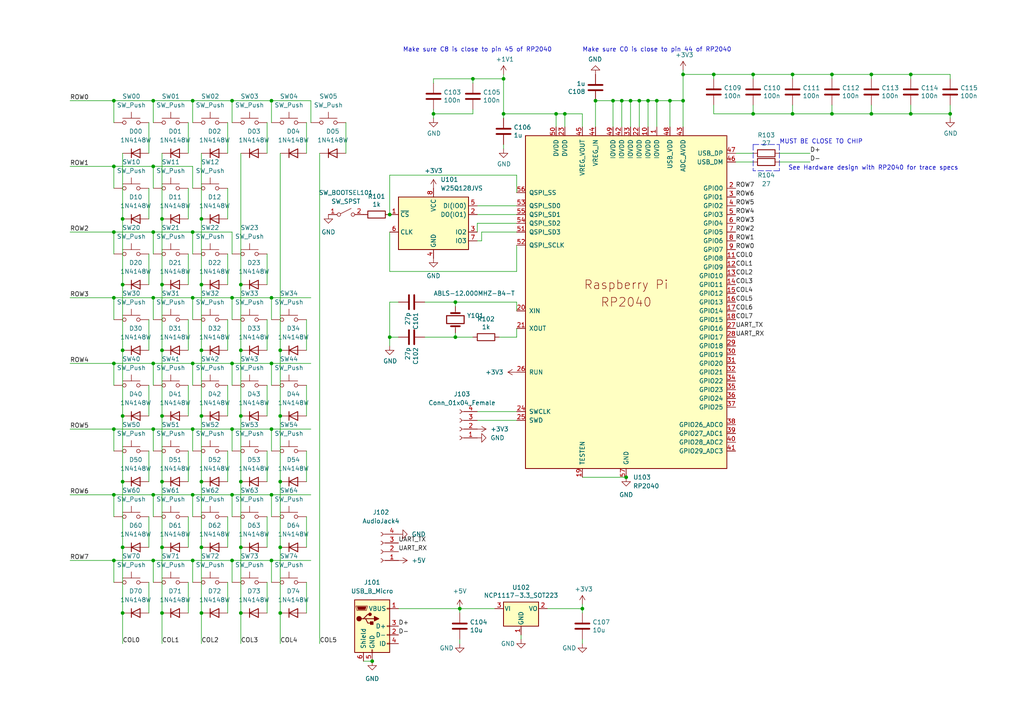
<source format=kicad_sch>
(kicad_sch (version 20211123) (generator eeschema)
  (paper "A4")
  (junction (at 190.5 29.21))
  (junction (at 44.45 162.56))
  (junction (at 33.02 105.41))
  (junction (at 81.28 139.7))
  (junction (at 241.3 33.02))
  (junction (at 69.85 177.8))
  (junction (at 58.42 120.65))
  (junction (at 180.34 29.21))
  (junction (at 185.42 29.21))
  (junction (at 33.02 143.51))
  (junction (at 58.42 82.55))
  (junction (at 113.03 62.23))
  (junction (at 113.03 97.79))
  (junction (at 58.42 63.5))
  (junction (at 78.74 86.36))
  (junction (at 44.45 105.41))
  (junction (at 55.88 29.21))
  (junction (at 58.42 139.7))
  (junction (at 198.12 21.59))
  (junction (at 35.56 101.6))
  (junction (at 33.02 162.56))
  (junction (at 67.31 143.51))
  (junction (at 146.05 33.02))
  (junction (at 46.99 82.55))
  (junction (at 46.99 177.8))
  (junction (at 46.99 120.65))
  (junction (at 78.74 124.46))
  (junction (at 33.02 29.21))
  (junction (at 146.05 22.86))
  (junction (at 168.91 176.53))
  (junction (at 207.01 21.59))
  (junction (at 55.88 143.51))
  (junction (at 58.42 177.8))
  (junction (at 229.87 21.59))
  (junction (at 33.02 67.31))
  (junction (at 67.31 162.56))
  (junction (at 218.44 21.59))
  (junction (at 264.16 33.02))
  (junction (at 46.99 101.6))
  (junction (at 44.45 48.26))
  (junction (at 161.29 33.02))
  (junction (at 229.87 33.02))
  (junction (at 55.88 67.31))
  (junction (at 187.96 29.21))
  (junction (at 67.31 124.46))
  (junction (at 133.35 176.53))
  (junction (at 44.45 86.36))
  (junction (at 252.73 21.59))
  (junction (at 35.56 120.65))
  (junction (at 46.99 139.7))
  (junction (at 33.02 48.26))
  (junction (at 177.8 29.21))
  (junction (at 67.31 29.21))
  (junction (at 275.59 33.02))
  (junction (at 69.85 158.75))
  (junction (at 198.12 29.21))
  (junction (at 107.95 191.77))
  (junction (at 81.28 158.75))
  (junction (at 264.16 21.59))
  (junction (at 58.42 101.6))
  (junction (at 33.02 86.36))
  (junction (at 241.3 21.59))
  (junction (at 163.83 33.02))
  (junction (at 55.88 105.41))
  (junction (at 44.45 29.21))
  (junction (at 172.72 29.21))
  (junction (at 44.45 143.51))
  (junction (at 125.73 33.02))
  (junction (at 252.73 33.02))
  (junction (at 69.85 101.6))
  (junction (at 182.88 29.21))
  (junction (at 35.56 177.8))
  (junction (at 132.08 97.79))
  (junction (at 81.28 177.8))
  (junction (at 46.99 158.75))
  (junction (at 81.28 120.65))
  (junction (at 46.99 63.5))
  (junction (at 44.45 124.46))
  (junction (at 55.88 162.56))
  (junction (at 181.61 138.43))
  (junction (at 78.74 29.21))
  (junction (at 78.74 105.41))
  (junction (at 78.74 162.56))
  (junction (at 194.31 29.21))
  (junction (at 67.31 105.41))
  (junction (at 132.08 87.63))
  (junction (at 78.74 143.51))
  (junction (at 69.85 82.55))
  (junction (at 67.31 86.36))
  (junction (at 58.42 158.75))
  (junction (at 44.45 67.31))
  (junction (at 35.56 158.75))
  (junction (at 137.16 22.86))
  (junction (at 33.02 124.46))
  (junction (at 218.44 33.02))
  (junction (at 35.56 82.55))
  (junction (at 55.88 124.46))
  (junction (at 69.85 120.65))
  (junction (at 81.28 101.6))
  (junction (at 55.88 86.36))
  (junction (at 69.85 139.7))
  (junction (at 35.56 139.7))
  (junction (at 35.56 63.5))
  (wire (pts (xy 149.86 78.74) (xy 113.03 78.74)))
  (wire (pts (xy 58.42 158.75) (xy 58.42 177.8)))
  (wire (pts (xy 43.18 92.71) (xy 43.18 101.6)))
  (wire (pts (xy 54.61 92.71) (xy 54.61 101.6)))
  (wire (pts (xy 35.56 63.5) (xy 35.56 82.55)))
  (wire (pts (xy 55.88 67.31) (xy 55.88 73.66)))
  (wire (pts (xy 54.61 168.91) (xy 54.61 177.8)))
  (wire (pts (xy 185.42 36.83) (xy 185.42 29.21)))
  (wire (pts (xy 44.45 143.51) (xy 44.45 149.86)))
  (wire (pts (xy 187.96 29.21) (xy 190.5 29.21)))
  (wire (pts (xy 207.01 21.59) (xy 218.44 21.59)))
  (wire (pts (xy 133.35 185.42) (xy 133.35 186.69)))
  (wire (pts (xy 146.05 21.59) (xy 146.05 22.86)))
  (wire (pts (xy 138.43 67.31) (xy 138.43 64.77)))
  (wire (pts (xy 44.45 48.26) (xy 44.45 54.61)))
  (wire (pts (xy 194.31 29.21) (xy 198.12 29.21)))
  (wire (pts (xy 218.44 30.48) (xy 218.44 33.02)))
  (wire (pts (xy 241.3 30.48) (xy 241.3 33.02)))
  (wire (pts (xy 78.74 105.41) (xy 90.17 105.41)))
  (wire (pts (xy 66.04 168.91) (xy 66.04 177.8)))
  (wire (pts (xy 33.02 162.56) (xy 33.02 168.91)))
  (wire (pts (xy 33.02 86.36) (xy 33.02 92.71)))
  (wire (pts (xy 35.56 82.55) (xy 35.56 101.6)))
  (wire (pts (xy 146.05 33.02) (xy 161.29 33.02)))
  (wire (pts (xy 149.86 67.31) (xy 139.7 67.31)))
  (wire (pts (xy 54.61 130.81) (xy 54.61 139.7)))
  (wire (pts (xy 252.73 21.59) (xy 264.16 21.59)))
  (wire (pts (xy 105.41 191.77) (xy 107.95 191.77)))
  (wire (pts (xy 81.28 158.75) (xy 81.28 177.8)))
  (wire (pts (xy 67.31 29.21) (xy 67.31 35.56)))
  (wire (pts (xy 54.61 54.61) (xy 54.61 63.5)))
  (wire (pts (xy 67.31 67.31) (xy 67.31 73.66)))
  (wire (pts (xy 77.47 92.71) (xy 77.47 101.6)))
  (wire (pts (xy 43.18 35.56) (xy 43.18 44.45)))
  (wire (pts (xy 55.88 143.51) (xy 55.88 149.86)))
  (wire (pts (xy 67.31 162.56) (xy 67.31 168.91)))
  (wire (pts (xy 138.43 121.92) (xy 149.86 121.92)))
  (wire (pts (xy 180.34 29.21) (xy 180.34 36.83)))
  (wire (pts (xy 33.02 67.31) (xy 44.45 67.31)))
  (wire (pts (xy 88.9 111.76) (xy 88.9 120.65)))
  (wire (pts (xy 198.12 21.59) (xy 207.01 21.59)))
  (wire (pts (xy 20.32 105.41) (xy 33.02 105.41)))
  (wire (pts (xy 69.85 82.55) (xy 69.85 101.6)))
  (wire (pts (xy 125.73 33.02) (xy 137.16 33.02)))
  (wire (pts (xy 33.02 124.46) (xy 44.45 124.46)))
  (wire (pts (xy 43.18 168.91) (xy 43.18 177.8)))
  (wire (pts (xy 20.32 67.31) (xy 33.02 67.31)))
  (wire (pts (xy 66.04 111.76) (xy 66.04 120.65)))
  (wire (pts (xy 54.61 73.66) (xy 54.61 82.55)))
  (wire (pts (xy 172.72 29.21) (xy 177.8 29.21)))
  (polyline (pts (xy 218.44 41.91) (xy 226.06 41.91)))
  (wire (pts (xy 44.45 67.31) (xy 44.45 73.66)))
  (wire (pts (xy 33.02 29.21) (xy 33.02 35.56)))
  (wire (pts (xy 146.05 34.29) (xy 146.05 33.02)))
  (wire (pts (xy 77.47 111.76) (xy 77.47 120.65)))
  (wire (pts (xy 46.99 158.75) (xy 46.99 177.8)))
  (wire (pts (xy 252.73 22.86) (xy 252.73 21.59)))
  (wire (pts (xy 138.43 64.77) (xy 149.86 64.77)))
  (wire (pts (xy 163.83 33.02) (xy 161.29 33.02)))
  (wire (pts (xy 46.99 44.45) (xy 46.99 63.5)))
  (wire (pts (xy 146.05 22.86) (xy 146.05 33.02)))
  (wire (pts (xy 35.56 101.6) (xy 35.56 120.65)))
  (wire (pts (xy 194.31 29.21) (xy 194.31 36.83)))
  (wire (pts (xy 198.12 20.32) (xy 198.12 21.59)))
  (wire (pts (xy 138.43 119.38) (xy 149.86 119.38)))
  (wire (pts (xy 198.12 21.59) (xy 198.12 29.21)))
  (wire (pts (xy 180.34 29.21) (xy 182.88 29.21)))
  (wire (pts (xy 168.91 177.8) (xy 168.91 176.53)))
  (wire (pts (xy 218.44 21.59) (xy 229.87 21.59)))
  (wire (pts (xy 168.91 33.02) (xy 163.83 33.02)))
  (wire (pts (xy 158.75 176.53) (xy 168.91 176.53)))
  (wire (pts (xy 66.04 73.66) (xy 66.04 82.55)))
  (wire (pts (xy 185.42 29.21) (xy 187.96 29.21)))
  (wire (pts (xy 58.42 177.8) (xy 58.42 186.69)))
  (wire (pts (xy 55.88 162.56) (xy 67.31 162.56)))
  (wire (pts (xy 55.88 29.21) (xy 55.88 35.56)))
  (wire (pts (xy 144.78 97.79) (xy 149.86 97.79)))
  (wire (pts (xy 58.42 63.5) (xy 58.42 82.55)))
  (wire (pts (xy 67.31 29.21) (xy 78.74 29.21)))
  (wire (pts (xy 168.91 138.43) (xy 181.61 138.43)))
  (wire (pts (xy 67.31 143.51) (xy 78.74 143.51)))
  (wire (pts (xy 149.86 71.12) (xy 149.86 78.74)))
  (wire (pts (xy 55.88 86.36) (xy 67.31 86.36)))
  (wire (pts (xy 33.02 105.41) (xy 44.45 105.41)))
  (wire (pts (xy 43.18 54.61) (xy 43.18 63.5)))
  (wire (pts (xy 66.04 149.86) (xy 66.04 158.75)))
  (wire (pts (xy 190.5 29.21) (xy 190.5 36.83)))
  (wire (pts (xy 55.88 105.41) (xy 55.88 111.76)))
  (wire (pts (xy 163.83 36.83) (xy 163.83 33.02)))
  (wire (pts (xy 264.16 22.86) (xy 264.16 21.59)))
  (wire (pts (xy 207.01 30.48) (xy 207.01 33.02)))
  (wire (pts (xy 77.47 149.86) (xy 77.47 158.75)))
  (wire (pts (xy 66.04 92.71) (xy 66.04 101.6)))
  (wire (pts (xy 149.86 55.88) (xy 149.86 50.8)))
  (wire (pts (xy 125.73 22.86) (xy 137.16 22.86)))
  (wire (pts (xy 88.9 168.91) (xy 88.9 177.8)))
  (polyline (pts (xy 226.06 49.53) (xy 218.44 49.53)))
  (wire (pts (xy 55.88 67.31) (xy 67.31 67.31)))
  (wire (pts (xy 132.08 96.52) (xy 132.08 97.79)))
  (wire (pts (xy 123.19 97.79) (xy 132.08 97.79)))
  (wire (pts (xy 44.45 67.31) (xy 55.88 67.31)))
  (wire (pts (xy 137.16 22.86) (xy 146.05 22.86)))
  (wire (pts (xy 67.31 124.46) (xy 78.74 124.46)))
  (wire (pts (xy 55.88 86.36) (xy 55.88 92.71)))
  (wire (pts (xy 88.9 130.81) (xy 88.9 139.7)))
  (wire (pts (xy 132.08 88.9) (xy 132.08 87.63)))
  (wire (pts (xy 44.45 86.36) (xy 44.45 92.71)))
  (wire (pts (xy 88.9 149.86) (xy 88.9 158.75)))
  (wire (pts (xy 90.17 29.21) (xy 90.17 35.56)))
  (wire (pts (xy 67.31 105.41) (xy 78.74 105.41)))
  (wire (pts (xy 252.73 33.02) (xy 241.3 33.02)))
  (wire (pts (xy 44.45 124.46) (xy 44.45 130.81)))
  (wire (pts (xy 77.47 73.66) (xy 77.47 82.55)))
  (wire (pts (xy 58.42 44.45) (xy 58.42 63.5)))
  (wire (pts (xy 139.7 69.85) (xy 138.43 69.85)))
  (wire (pts (xy 46.99 120.65) (xy 46.99 139.7)))
  (wire (pts (xy 149.86 95.25) (xy 149.86 97.79)))
  (wire (pts (xy 133.35 177.8) (xy 133.35 176.53)))
  (wire (pts (xy 125.73 24.13) (xy 125.73 22.86)))
  (wire (pts (xy 69.85 120.65) (xy 69.85 139.7)))
  (wire (pts (xy 69.85 177.8) (xy 69.85 186.69)))
  (wire (pts (xy 69.85 158.75) (xy 69.85 177.8)))
  (wire (pts (xy 67.31 162.56) (xy 78.74 162.56)))
  (wire (pts (xy 43.18 73.66) (xy 43.18 82.55)))
  (wire (pts (xy 241.3 33.02) (xy 229.87 33.02)))
  (wire (pts (xy 46.99 82.55) (xy 46.99 101.6)))
  (wire (pts (xy 182.88 29.21) (xy 185.42 29.21)))
  (wire (pts (xy 115.57 176.53) (xy 133.35 176.53)))
  (wire (pts (xy 44.45 48.26) (xy 55.88 48.26)))
  (wire (pts (xy 46.99 63.5) (xy 46.99 82.55)))
  (wire (pts (xy 123.19 87.63) (xy 132.08 87.63)))
  (wire (pts (xy 33.02 162.56) (xy 44.45 162.56)))
  (wire (pts (xy 69.85 101.6) (xy 69.85 120.65)))
  (wire (pts (xy 100.33 35.56) (xy 100.33 44.45)))
  (wire (pts (xy 78.74 29.21) (xy 78.74 35.56)))
  (wire (pts (xy 20.32 162.56) (xy 33.02 162.56)))
  (polyline (pts (xy 218.44 41.91) (xy 218.44 49.53)))
  (wire (pts (xy 88.9 35.56) (xy 88.9 44.45)))
  (wire (pts (xy 138.43 62.23) (xy 149.86 62.23)))
  (wire (pts (xy 264.16 33.02) (xy 252.73 33.02)))
  (wire (pts (xy 67.31 105.41) (xy 67.31 111.76)))
  (wire (pts (xy 78.74 162.56) (xy 78.74 168.91)))
  (wire (pts (xy 77.47 130.81) (xy 77.47 139.7)))
  (wire (pts (xy 66.04 54.61) (xy 66.04 63.5)))
  (wire (pts (xy 78.74 124.46) (xy 90.17 124.46)))
  (wire (pts (xy 44.45 162.56) (xy 55.88 162.56)))
  (wire (pts (xy 207.01 22.86) (xy 207.01 21.59)))
  (wire (pts (xy 177.8 29.21) (xy 177.8 36.83)))
  (wire (pts (xy 54.61 149.86) (xy 54.61 158.75)))
  (wire (pts (xy 35.56 158.75) (xy 35.56 177.8)))
  (wire (pts (xy 33.02 48.26) (xy 44.45 48.26)))
  (wire (pts (xy 81.28 120.65) (xy 81.28 139.7)))
  (wire (pts (xy 55.88 143.51) (xy 67.31 143.51)))
  (wire (pts (xy 252.73 30.48) (xy 252.73 33.02)))
  (wire (pts (xy 168.91 185.42) (xy 168.91 186.69)))
  (wire (pts (xy 67.31 86.36) (xy 78.74 86.36)))
  (wire (pts (xy 229.87 21.59) (xy 241.3 21.59)))
  (wire (pts (xy 55.88 29.21) (xy 67.31 29.21)))
  (wire (pts (xy 33.02 105.41) (xy 33.02 111.76)))
  (wire (pts (xy 149.86 50.8) (xy 113.03 50.8)))
  (wire (pts (xy 78.74 124.46) (xy 78.74 130.81)))
  (wire (pts (xy 182.88 36.83) (xy 182.88 29.21)))
  (wire (pts (xy 66.04 35.56) (xy 66.04 44.45)))
  (wire (pts (xy 55.88 48.26) (xy 55.88 54.61)))
  (wire (pts (xy 168.91 36.83) (xy 168.91 33.02)))
  (wire (pts (xy 187.96 29.21) (xy 187.96 36.83)))
  (wire (pts (xy 234.95 46.99) (xy 226.06 46.99)))
  (wire (pts (xy 43.18 111.76) (xy 43.18 120.65)))
  (wire (pts (xy 275.59 33.02) (xy 275.59 34.29)))
  (wire (pts (xy 132.08 87.63) (xy 149.86 87.63)))
  (wire (pts (xy 275.59 30.48) (xy 275.59 33.02)))
  (wire (pts (xy 78.74 143.51) (xy 90.17 143.51)))
  (wire (pts (xy 44.45 105.41) (xy 55.88 105.41)))
  (wire (pts (xy 139.7 67.31) (xy 139.7 69.85)))
  (wire (pts (xy 46.99 177.8) (xy 46.99 186.69)))
  (wire (pts (xy 33.02 48.26) (xy 33.02 54.61)))
  (wire (pts (xy 78.74 143.51) (xy 78.74 149.86)))
  (wire (pts (xy 33.02 143.51) (xy 33.02 149.86)))
  (wire (pts (xy 264.16 30.48) (xy 264.16 33.02)))
  (wire (pts (xy 88.9 92.71) (xy 88.9 101.6)))
  (wire (pts (xy 241.3 22.86) (xy 241.3 21.59)))
  (wire (pts (xy 146.05 41.91) (xy 146.05 43.18)))
  (polyline (pts (xy 226.06 41.91) (xy 226.06 49.53)))
  (wire (pts (xy 55.88 162.56) (xy 55.88 168.91)))
  (wire (pts (xy 33.02 67.31) (xy 33.02 73.66)))
  (wire (pts (xy 137.16 24.13) (xy 137.16 22.86)))
  (wire (pts (xy 55.88 124.46) (xy 55.88 130.81)))
  (wire (pts (xy 92.71 44.45) (xy 92.71 186.69)))
  (wire (pts (xy 33.02 124.46) (xy 33.02 130.81)))
  (wire (pts (xy 81.28 44.45) (xy 81.28 101.6)))
  (wire (pts (xy 77.47 168.91) (xy 77.47 177.8)))
  (wire (pts (xy 35.56 139.7) (xy 35.56 158.75)))
  (wire (pts (xy 113.03 87.63) (xy 113.03 97.79)))
  (wire (pts (xy 81.28 101.6) (xy 81.28 120.65)))
  (wire (pts (xy 81.28 177.8) (xy 81.28 186.69)))
  (wire (pts (xy 44.45 86.36) (xy 55.88 86.36)))
  (wire (pts (xy 43.18 130.81) (xy 43.18 139.7)))
  (wire (pts (xy 151.13 184.15) (xy 151.13 185.42)))
  (wire (pts (xy 177.8 29.21) (xy 180.34 29.21)))
  (wire (pts (xy 35.56 44.45) (xy 35.56 63.5)))
  (wire (pts (xy 115.57 97.79) (xy 113.03 97.79)))
  (wire (pts (xy 264.16 33.02) (xy 275.59 33.02)))
  (wire (pts (xy 58.42 139.7) (xy 58.42 158.75)))
  (wire (pts (xy 137.16 33.02) (xy 137.16 31.75)))
  (wire (pts (xy 69.85 139.7) (xy 69.85 158.75)))
  (wire (pts (xy 20.32 143.51) (xy 33.02 143.51)))
  (wire (pts (xy 125.73 31.75) (xy 125.73 33.02)))
  (wire (pts (xy 168.91 176.53) (xy 168.91 175.26)))
  (wire (pts (xy 78.74 86.36) (xy 78.74 92.71)))
  (wire (pts (xy 115.57 87.63) (xy 113.03 87.63)))
  (wire (pts (xy 66.04 130.81) (xy 66.04 139.7)))
  (wire (pts (xy 78.74 86.36) (xy 90.17 86.36)))
  (wire (pts (xy 33.02 29.21) (xy 44.45 29.21)))
  (wire (pts (xy 234.95 44.45) (xy 226.06 44.45)))
  (wire (pts (xy 218.44 22.86) (xy 218.44 21.59)))
  (wire (pts (xy 33.02 143.51) (xy 44.45 143.51)))
  (wire (pts (xy 44.45 124.46) (xy 55.88 124.46)))
  (wire (pts (xy 138.43 59.69) (xy 149.86 59.69)))
  (wire (pts (xy 149.86 87.63) (xy 149.86 90.17)))
  (wire (pts (xy 218.44 33.02) (xy 207.01 33.02)))
  (wire (pts (xy 161.29 33.02) (xy 161.29 36.83)))
  (wire (pts (xy 58.42 120.65) (xy 58.42 139.7)))
  (wire (pts (xy 125.73 33.02) (xy 125.73 34.29)))
  (wire (pts (xy 33.02 86.36) (xy 44.45 86.36)))
  (wire (pts (xy 46.99 139.7) (xy 46.99 158.75)))
  (wire (pts (xy 78.74 162.56) (xy 90.17 162.56)))
  (wire (pts (xy 78.74 105.41) (xy 78.74 111.76)))
  (wire (pts (xy 275.59 22.86) (xy 275.59 21.59)))
  (wire (pts (xy 20.32 29.21) (xy 33.02 29.21)))
  (wire (pts (xy 67.31 143.51) (xy 67.31 149.86)))
  (wire (pts (xy 58.42 82.55) (xy 58.42 101.6)))
  (wire (pts (xy 172.72 29.21) (xy 172.72 36.83)))
  (wire (pts (xy 35.56 177.8) (xy 35.56 186.69)))
  (wire (pts (xy 44.45 105.41) (xy 44.45 111.76)))
  (wire (pts (xy 35.56 120.65) (xy 35.56 139.7)))
  (wire (pts (xy 43.18 149.86) (xy 43.18 158.75)))
  (wire (pts (xy 78.74 29.21) (xy 90.17 29.21)))
  (wire (pts (xy 44.45 162.56) (xy 44.45 168.91)))
  (wire (pts (xy 67.31 86.36) (xy 67.31 92.71)))
  (wire (pts (xy 113.03 97.79) (xy 113.03 100.33)))
  (wire (pts (xy 229.87 30.48) (xy 229.87 33.02)))
  (wire (pts (xy 46.99 101.6) (xy 46.99 120.65)))
  (wire (pts (xy 113.03 78.74) (xy 113.03 67.31)))
  (wire (pts (xy 44.45 29.21) (xy 55.88 29.21)))
  (wire (pts (xy 67.31 124.46) (xy 67.31 130.81)))
  (wire (pts (xy 198.12 29.21) (xy 198.12 36.83)))
  (wire (pts (xy 190.5 29.21) (xy 194.31 29.21)))
  (wire (pts (xy 229.87 22.86) (xy 229.87 21.59)))
  (wire (pts (xy 44.45 143.51) (xy 55.88 143.51)))
  (wire (pts (xy 213.36 46.99) (xy 218.44 46.99)))
  (wire (pts (xy 20.32 124.46) (xy 33.02 124.46)))
  (wire (pts (xy 113.03 50.8) (xy 113.03 62.23)))
  (wire (pts (xy 241.3 21.59) (xy 252.73 21.59)))
  (wire (pts (xy 55.88 124.46) (xy 67.31 124.46)))
  (wire (pts (xy 20.32 86.36) (xy 33.02 86.36)))
  (wire (pts (xy 69.85 44.45) (xy 69.85 82.55)))
  (wire (pts (xy 132.08 97.79) (xy 137.16 97.79)))
  (wire (pts (xy 213.36 44.45) (xy 218.44 44.45)))
  (wire (pts (xy 55.88 105.41) (xy 67.31 105.41)))
  (wire (pts (xy 20.32 48.26) (xy 33.02 48.26)))
  (wire (pts (xy 54.61 35.56) (xy 54.61 44.45)))
  (wire (pts (xy 58.42 101.6) (xy 58.42 120.65)))
  (wire (pts (xy 77.47 35.56) (xy 77.47 44.45)))
  (wire (pts (xy 44.45 29.21) (xy 44.45 35.56)))
  (wire (pts (xy 264.16 21.59) (xy 275.59 21.59)))
  (wire (pts (xy 143.51 176.53) (xy 133.35 176.53)))
  (wire (pts (xy 54.61 111.76) (xy 54.61 120.65)))
  (wire (pts (xy 81.28 139.7) (xy 81.28 158.75)))
  (wire (pts (xy 229.87 33.02) (xy 218.44 33.02)))
  (text "See Hardware design with RP2040 for trace specs" (at 228.6 49.53 0) (effects (font (size 1.27 1.27)) (justify left bottom)))
  (text "MUST BE CLOSE TO CHIP" (at 226.06 41.91 0) (effects (font (size 1.27 1.27)) (justify left bottom)))
  (text "Make sure C0 is close to pin 44 of RP2040" (at 168.91 15.24 0) (effects (font (size 1.27 1.27)) (justify left bottom)))
  (text "Make sure C8 is close to pin 45 of RP2040" (at 116.84 15.24 0) (effects (font (size 1.27 1.27)) (justify left bottom)))
  (label "ROW4" (at 20.32 105.41 0))
  (label "ROW7" (at 20.32 162.56 0))
  (label "COL6" (at 213.36 90.17 0))
  (label "COL0" (at 35.56 186.69 0))
  (label "COL7" (at 213.36 92.71 0))
  (label "ROW1" (at 20.32 48.26 0))
  (label "ROW3" (at 20.32 86.36 0))
  (label "ROW0" (at 213.36 72.39 0))
  (label "COL4" (at 81.28 186.69 0))
  (label "COL3" (at 69.85 186.69 0))
  (label "ROW2" (at 20.32 67.31 0))
  (label "D+" (at 115.57 181.61 0))
  (label "ROW6" (at 213.36 57.15 0))
  (label "ROW5" (at 213.36 59.69 0))
  (label "ROW2" (at 213.36 67.31 0))
  (label "ROW7" (at 213.36 54.61 0))
  (label "UART_RX" (at 115.57 160.02 0))
  (label "UART_TX" (at 213.36 95.25 0))
  (label "ROW5" (at 20.32 124.46 0))
  (label "COL1" (at 213.36 77.47 0))
  (label "COL2" (at 58.42 186.69 0))
  (label "ROW3" (at 213.36 64.77 0))
  (label "COL5" (at 92.71 186.69 0))
  (label "D-" (at 115.57 184.15 0))
  (label "ROW6" (at 20.32 143.51 0))
  (label "D-" (at 234.95 46.99 0))
  (label "COL5" (at 213.36 87.63 0))
  (label "ROW0" (at 20.32 29.21 0))
  (label "COL3" (at 213.36 82.55 0))
  (label "COL1" (at 46.99 186.69 0))
  (label "ROW1" (at 213.36 69.85 0))
  (label "D+" (at 234.95 44.45 0))
  (label "COL2" (at 213.36 80.01 0))
  (label "COL4" (at 213.36 85.09 0))
  (label "UART_TX" (at 115.57 157.48 0))
  (label "UART_RX" (at 213.36 97.79 0))
  (label "COL0" (at 213.36 74.93 0))
  (label "ROW4" (at 213.36 62.23 0))
  (symbol (lib_id "Diode:1N4148W") (at 50.8 63.5 0) (mirror x) (unit 1)
    (property "Reference" "D11" (at 50.8 57.15 0))
    (property "Value" "1N4148W" (at 50.8 59.69 0))
    (property "Footprint" "Diode_SMD:D_SOD-123" (effects hide))
    (property "Datasheet" "https://www.vishay.com/docs/85748/1n4148w.pdf" (effects hide))
  )
  (symbol (lib_id "Switch:SW_Push") (at 60.96 73.66 0) (unit 1)
    (property "Reference" "SW22" (at 60.96 66.04 0))
    (property "Value" "SW_Push" (at 60.96 68.58 0))
    (property "Footprint" "Switch_Keyboard_Hotswap_Kailh:SW_Hotswap_Kailh_MX_1.00u" (effects hide))
  )
  (symbol (lib_id "Diode:1N4148W") (at 62.23 101.6 0) (mirror x) (unit 1)
    (property "Reference" "D32" (at 62.23 95.25 0))
    (property "Value" "1N4148W" (at 62.23 97.79 0))
    (property "Footprint" "Diode_SMD:D_SOD-123" (effects hide))
    (property "Datasheet" "https://www.vishay.com/docs/85748/1n4148w.pdf" (effects hide))
  )
  (symbol (lib_id "Device:Crystal") (at 132.08 92.71 270) (unit 1)
    (property "Reference" "Y101" (at 135.4074 91.5416 90) (effects (justify left)))
    (property "Value" "ABLS-12.000MHZ-B4-T" (at 125.73 85.09 90) (effects (justify left)))
    (property "Footprint" "RP2040:Crystal_SMD_HC49-US" (effects hide))
  )
  (symbol (lib_id "Switch:SW_Push") (at 49.53 35.56 0) (unit 1)
    (property "Reference" "SW01" (at 49.53 27.94 0))
    (property "Value" "SW_Push" (at 49.53 30.48 0))
    (property "Footprint" "Switch_Keyboard_Hotswap_Kailh:SW_Hotswap_Kailh_MX_1.00u" (effects hide))
  )
  (symbol (lib_id "Device:C") (at 137.16 27.94 0) (unit 1)
    (property "Reference" "C105" (at 140.081 26.7716 0) (effects (justify left)))
    (property "Value" "100n" (at 140.081 29.083 0) (effects (justify left)))
    (property "Footprint" "Capacitor_SMD:C_0402_1005Metric" (effects hide))
  )
  (symbol (lib_id "Connector:Conn_01x04_Female") (at 133.35 124.46 180) (unit 1)
    (property "Reference" "J103" (at 133.985 114.3 0))
    (property "Value" "Conn_01x04_Female" (at 133.985 116.84 0))
    (property "Footprint" "Connector_PinHeader_2.54mm:PinHeader_1x04_P2.54mm_Vertical" (effects hide))
  )
  (symbol (lib_id "Device:C") (at 207.01 26.67 0) (unit 1)
    (property "Reference" "C109" (at 209.931 25.5016 0) (effects (justify left)))
    (property "Value" "100n" (at 209.931 27.813 0) (effects (justify left)))
    (property "Footprint" "Capacitor_SMD:C_0402_1005Metric" (effects hide))
  )
  (symbol (lib_id "Diode:1N4148W") (at 73.66 177.8 0) (mirror x) (unit 1)
    (property "Reference" "D73" (at 73.66 171.45 0))
    (property "Value" "1N4148W" (at 73.66 173.99 0))
    (property "Footprint" "Diode_SMD:D_SOD-123" (effects hide))
    (property "Datasheet" "https://www.vishay.com/docs/85748/1n4148w.pdf" (effects hide))
  )
  (symbol (lib_id "Diode:1N4148W") (at 39.37 158.75 0) (mirror x) (unit 1)
    (property "Reference" "D60" (at 39.37 152.4 0))
    (property "Value" "1N4148W" (at 39.37 154.94 0))
    (property "Footprint" "Diode_SMD:D_SOD-123" (effects hide))
    (property "Datasheet" "https://www.vishay.com/docs/85748/1n4148w.pdf" (effects hide))
  )
  (symbol (lib_id "Switch:SW_Push") (at 60.96 92.71 0) (unit 1)
    (property "Reference" "SW32" (at 60.96 85.09 0))
    (property "Value" "SW_Push" (at 60.96 87.63 0))
    (property "Footprint" "Switch_Keyboard_Hotswap_Kailh:SW_Hotswap_Kailh_MX_1.00u" (effects hide))
  )
  (symbol (lib_id "power:+5V") (at 133.35 176.53 0) (unit 1)
    (property "Reference" "#PWR0109" (effects hide))
    (property "Value" "+5V" (at 133.35 171.45 0))
  )
  (symbol (lib_id "Switch:SW_Push") (at 60.96 111.76 0) (unit 1)
    (property "Reference" "SW42" (at 60.96 104.14 0))
    (property "Value" "SW_Push" (at 60.96 106.68 0))
    (property "Footprint" "Switch_Keyboard_Hotswap_Kailh:SW_Hotswap_Kailh_MX_1.00u" (effects hide))
  )
  (symbol (lib_id "Diode:1N4148W") (at 62.23 177.8 0) (mirror x) (unit 1)
    (property "Reference" "D72" (at 62.23 171.45 0))
    (property "Value" "1N4148W" (at 62.23 173.99 0))
    (property "Footprint" "Diode_SMD:D_SOD-123" (effects hide))
    (property "Datasheet" "https://www.vishay.com/docs/85748/1n4148w.pdf" (effects hide))
  )
  (symbol (lib_id "power:GND") (at 115.57 154.94 90) (unit 1)
    (property "Reference" "#PWR0104" (effects hide))
    (property "Value" "GND" (at 119.38 154.9399 90) (effects (justify right)))
  )
  (symbol (lib_id "Device:C") (at 241.3 26.67 0) (unit 1)
    (property "Reference" "C112" (at 244.221 25.5016 0) (effects (justify left)))
    (property "Value" "100n" (at 244.221 27.813 0) (effects (justify left)))
    (property "Footprint" "Capacitor_SMD:C_0402_1005Metric" (effects hide))
  )
  (symbol (lib_id "Switch:SW_Push") (at 49.53 149.86 0) (unit 1)
    (property "Reference" "SW61" (at 49.53 142.24 0))
    (property "Value" "SW_Push" (at 49.53 144.78 0))
    (property "Footprint" "Switch_Keyboard_Hotswap_Kailh:SW_Hotswap_Kailh_MX_1.00u" (effects hide))
  )
  (symbol (lib_id "Switch:SW_Push") (at 72.39 111.76 0) (unit 1)
    (property "Reference" "SW43" (at 72.39 104.14 0))
    (property "Value" "SW_Push" (at 72.39 106.68 0))
    (property "Footprint" "Switch_Keyboard_Hotswap_Kailh:SW_Hotswap_Kailh_MX_1.00u" (effects hide))
  )
  (symbol (lib_id "power:GND") (at 125.73 74.93 0) (unit 1)
    (property "Reference" "#PWR0108" (effects hide))
    (property "Value" "GND" (at 125.73 80.01 0))
  )
  (symbol (lib_id "Switch:SW_Push") (at 83.82 168.91 0) (unit 1)
    (property "Reference" "SW74" (at 83.82 161.29 0))
    (property "Value" "SW_Push" (at 83.82 163.83 0))
    (property "Footprint" "Switch_Keyboard_Hotswap_Kailh:SW_Hotswap_Kailh_MX_1.00u" (effects hide))
  )
  (symbol (lib_id "Memory_Flash:W25Q128JVS") (at 125.73 64.77 0) (unit 1)
    (property "Reference" "U101" (at 127.7494 52.07 0) (effects (justify left)))
    (property "Value" "W25Q128JVS" (at 127.7494 54.61 0) (effects (justify left)))
    (property "Footprint" "Package_SO:SOIC-8_5.23x5.23mm_P1.27mm" (effects hide))
    (property "Datasheet" "http://www.winbond.com/resource-files/w25q128jv_dtr%20revc%2003272018%20plus.pdf" (effects hide))
  )
  (symbol (lib_id "power:GND") (at 95.25 62.23 0) (unit 1)
    (property "Reference" "#PWR0101" (effects hide))
    (property "Value" "GND" (at 95.25 67.31 0))
  )
  (symbol (lib_id "power:GND") (at 151.13 185.42 0) (unit 1)
    (property "Reference" "#PWR0116" (effects hide))
    (property "Value" "GND" (at 147.32 186.69 0))
  )
  (symbol (lib_id "Switch:SW_Push") (at 60.96 130.81 0) (unit 1)
    (property "Reference" "SW52" (at 60.96 123.19 0))
    (property "Value" "SW_Push" (at 60.96 125.73 0))
    (property "Footprint" "Switch_Keyboard_Hotswap_Kailh:SW_Hotswap_Kailh_MX_1.00u" (effects hide))
  )
  (symbol (lib_id "power:GND") (at 125.73 34.29 0) (unit 1)
    (property "Reference" "#PWR0106" (effects hide))
    (property "Value" "GND" (at 125.857 38.6842 0))
  )
  (symbol (lib_id "Device:R") (at 222.25 44.45 270) (unit 1)
    (property "Reference" "R103" (at 222.25 39.1922 90))
    (property "Value" "27" (at 222.25 41.5036 90))
    (property "Footprint" "Capacitor_SMD:C_0402_1005Metric" (effects hide))
  )
  (symbol (lib_id "Diode:1N4148W") (at 39.37 63.5 0) (mirror x) (unit 1)
    (property "Reference" "D10" (at 39.37 57.15 0))
    (property "Value" "1N4148W" (at 39.37 59.69 0))
    (property "Footprint" "Diode_SMD:D_SOD-123" (effects hide))
    (property "Datasheet" "https://www.vishay.com/docs/85748/1n4148w.pdf" (effects hide))
  )
  (symbol (lib_id "Diode:1N4148W") (at 50.8 44.45 0) (mirror x) (unit 1)
    (property "Reference" "D01" (at 50.8 38.1 0))
    (property "Value" "1N4148W" (at 50.8 40.64 0))
    (property "Footprint" "Diode_SMD:D_SOD-123" (effects hide))
    (property "Datasheet" "https://www.vishay.com/docs/85748/1n4148w.pdf" (effects hide))
  )
  (symbol (lib_id "Device:C") (at 119.38 87.63 270) (unit 1)
    (property "Reference" "C101" (at 120.5484 90.551 0) (effects (justify left)))
    (property "Value" "27p" (at 118.237 90.551 0) (effects (justify left)))
    (property "Footprint" "Capacitor_SMD:C_0402_1005Metric" (effects hide))
  )
  (symbol (lib_id "Switch:SW_Push") (at 72.39 130.81 0) (unit 1)
    (property "Reference" "SW53" (at 72.39 123.19 0))
    (property "Value" "SW_Push" (at 72.39 125.73 0))
    (property "Footprint" "Switch_Keyboard_Hotswap_Kailh:SW_Hotswap_Kailh_MX_1.00u" (effects hide))
  )
  (symbol (lib_id "Diode:1N4148W") (at 62.23 120.65 0) (mirror x) (unit 1)
    (property "Reference" "D42" (at 62.23 114.3 0))
    (property "Value" "1N4148W" (at 62.23 116.84 0))
    (property "Footprint" "Diode_SMD:D_SOD-123" (effects hide))
    (property "Datasheet" "https://www.vishay.com/docs/85748/1n4148w.pdf" (effects hide))
  )
  (symbol (lib_id "power:GND") (at 168.91 186.69 0) (unit 1)
    (property "Reference" "#PWR0118" (effects hide))
    (property "Value" "GND" (at 165.1 187.96 0))
  )
  (symbol (lib_id "Switch:SW_Push") (at 49.53 111.76 0) (unit 1)
    (property "Reference" "SW41" (at 49.53 104.14 0))
    (property "Value" "SW_Push" (at 49.53 106.68 0))
    (property "Footprint" "Switch_Keyboard_Hotswap_Kailh:SW_Hotswap_Kailh_MX_1.00u" (effects hide))
  )
  (symbol (lib_id "Device:R") (at 140.97 97.79 270) (unit 1)
    (property "Reference" "R102" (at 140.97 92.5322 90))
    (property "Value" "1k" (at 140.97 94.8436 90))
    (property "Footprint" "Capacitor_SMD:C_0402_1005Metric" (effects hide))
  )
  (symbol (lib_id "Switch:SW_Push") (at 60.96 54.61 0) (unit 1)
    (property "Reference" "SW12" (at 60.96 46.99 0))
    (property "Value" "SW_Push" (at 60.96 49.53 0))
    (property "Footprint" "Switch_Keyboard_Hotswap_Kailh:SW_Hotswap_Kailh_MX_1.50u_90deg" (effects hide))
  )
  (symbol (lib_id "Diode:1N4148W") (at 39.37 82.55 0) (mirror x) (unit 1)
    (property "Reference" "D20" (at 39.37 76.2 0))
    (property "Value" "1N4148W" (at 39.37 78.74 0))
    (property "Footprint" "Diode_SMD:D_SOD-123" (effects hide))
    (property "Datasheet" "https://www.vishay.com/docs/85748/1n4148w.pdf" (effects hide))
  )
  (symbol (lib_id "Device:C") (at 119.38 97.79 270) (unit 1)
    (property "Reference" "C102" (at 120.5484 100.711 0) (effects (justify left)))
    (property "Value" "27p" (at 118.237 100.711 0) (effects (justify left)))
    (property "Footprint" "Capacitor_SMD:C_0402_1005Metric" (effects hide))
  )
  (symbol (lib_id "Switch:SW_Push") (at 38.1 92.71 0) (unit 1)
    (property "Reference" "SW30" (at 38.1 85.09 0))
    (property "Value" "SW_Push" (at 38.1 87.63 0))
    (property "Footprint" "Switch_Keyboard_Hotswap_Kailh:SW_Hotswap_Kailh_MX_1.00u" (effects hide))
  )
  (symbol (lib_id "Device:C") (at 252.73 26.67 0) (unit 1)
    (property "Reference" "C113" (at 255.651 25.5016 0) (effects (justify left)))
    (property "Value" "100n" (at 255.651 27.813 0) (effects (justify left)))
    (property "Footprint" "Capacitor_SMD:C_0402_1005Metric" (effects hide))
  )
  (symbol (lib_id "power:+1V1") (at 146.05 21.59 0) (unit 1)
    (property "Reference" "#PWR0113" (effects hide))
    (property "Value" "+1V1" (at 146.431 17.1958 0))
  )
  (symbol (lib_id "Diode:1N4148W") (at 73.66 82.55 0) (mirror x) (unit 1)
    (property "Reference" "D23" (at 73.66 76.2 0))
    (property "Value" "1N4148W" (at 73.66 78.74 0))
    (property "Footprint" "Diode_SMD:D_SOD-123" (effects hide))
    (property "Datasheet" "https://www.vishay.com/docs/85748/1n4148w.pdf" (effects hide))
  )
  (symbol (lib_id "Switch:SW_Push") (at 72.39 92.71 0) (unit 1)
    (property "Reference" "SW33" (at 72.39 85.09 0))
    (property "Value" "SW_Push" (at 72.39 87.63 0))
    (property "Footprint" "Switch_Keyboard_Hotswap_Kailh:SW_Hotswap_Kailh_MX_1.00u" (effects hide))
  )
  (symbol (lib_id "Switch:SW_Push") (at 38.1 130.81 0) (unit 1)
    (property "Reference" "SW50" (at 38.1 123.19 0))
    (property "Value" "SW_Push" (at 38.1 125.73 0))
    (property "Footprint" "Switch_Keyboard_Hotswap_Kailh:SW_Hotswap_Kailh_MX_1.00u" (effects hide))
  )
  (symbol (lib_id "power:+5V") (at 115.57 162.56 270) (unit 1)
    (property "Reference" "#PWR0105" (effects hide))
    (property "Value" "+5V" (at 119.38 162.5599 90) (effects (justify left)))
  )
  (symbol (lib_id "Switch:SW_Push") (at 38.1 73.66 0) (unit 1)
    (property "Reference" "SW20" (at 38.1 66.04 0))
    (property "Value" "SW_Push" (at 38.1 68.58 0))
    (property "Footprint" "Switch_Keyboard_Hotswap_Kailh:SW_Hotswap_Kailh_MX_1.00u" (effects hide))
  )
  (symbol (lib_id "Switch:SW_Push") (at 38.1 54.61 0) (unit 1)
    (property "Reference" "SW10" (at 38.1 46.99 0))
    (property "Value" "SW_Push" (at 38.1 49.53 0))
    (property "Footprint" "Switch_Keyboard_Hotswap_Kailh:SW_Hotswap_Kailh_MX_1.00u" (effects hide))
  )
  (symbol (lib_id "Device:C") (at 133.35 181.61 0) (unit 1)
    (property "Reference" "C104" (at 136.271 180.4416 0) (effects (justify left)))
    (property "Value" "10u" (at 136.271 182.753 0) (effects (justify left)))
    (property "Footprint" "Capacitor_SMD:C_0805_2012Metric" (effects hide))
  )
  (symbol (lib_id "power:GND") (at 133.35 186.69 0) (unit 1)
    (property "Reference" "#PWR0110" (effects hide))
    (property "Value" "GND" (at 129.54 187.96 0))
  )
  (symbol (lib_id "Switch:SW_Push") (at 38.1 35.56 0) (unit 1)
    (property "Reference" "SW00" (at 38.1 27.94 0))
    (property "Value" "SW_Push" (at 38.1 30.48 0))
    (property "Footprint" "Switch_Keyboard_Hotswap_Kailh:SW_Hotswap_Kailh_MX_1.00u" (effects hide))
  )
  (symbol (lib_id "Switch:SW_Push") (at 38.1 111.76 0) (unit 1)
    (property "Reference" "SW40" (at 38.1 104.14 0))
    (property "Value" "SW_Push" (at 38.1 106.68 0))
    (property "Footprint" "Switch_Keyboard_Hotswap_Kailh:SW_Hotswap_Kailh_MX_1.00u" (effects hide))
  )
  (symbol (lib_id "Switch:SW_SPST") (at 100.33 62.23 0) (unit 1)
    (property "Reference" "SW_BOOTSEL101" (at 100.33 55.88 0))
    (property "Value" "SW_SPST" (at 100.33 58.42 0))
    (property "Footprint" "Button_Switch_THT:SW_TH_Tactile_Omron_B3F-10xx" (effects hide))
  )
  (symbol (lib_id "Diode:1N4148W") (at 85.09 44.45 0) (mirror x) (unit 1)
    (property "Reference" "D04" (at 85.09 38.1 0))
    (property "Value" "1N4148W" (at 85.09 40.64 0))
    (property "Footprint" "Diode_SMD:D_SOD-123" (effects hide))
    (property "Datasheet" "https://www.vishay.com/docs/85748/1n4148w.pdf" (effects hide))
  )
  (symbol (lib_id "Diode:1N4148W") (at 62.23 139.7 0) (mirror x) (unit 1)
    (property "Reference" "D52" (at 62.23 133.35 0))
    (property "Value" "1N4148W" (at 62.23 135.89 0))
    (property "Footprint" "Diode_SMD:D_SOD-123" (effects hide))
    (property "Datasheet" "https://www.vishay.com/docs/85748/1n4148w.pdf" (effects hide))
  )
  (symbol (lib_id "Device:C") (at 168.91 181.61 0) (unit 1)
    (property "Reference" "C107" (at 171.831 180.4416 0) (effects (justify left)))
    (property "Value" "10u" (at 171.831 182.753 0) (effects (justify left)))
    (property "Footprint" "Capacitor_SMD:C_0805_2012Metric" (effects hide))
  )
  (symbol (lib_id "Diode:1N4148W") (at 50.8 120.65 0) (mirror x) (unit 1)
    (property "Reference" "D41" (at 50.8 114.3 0))
    (property "Value" "1N4148W" (at 50.8 116.84 0))
    (property "Footprint" "Diode_SMD:D_SOD-123" (effects hide))
    (property "Datasheet" "https://www.vishay.com/docs/85748/1n4148w.pdf" (effects hide))
  )
  (symbol (lib_id "Diode:1N4148W") (at 62.23 158.75 0) (mirror x) (unit 1)
    (property "Reference" "D62" (at 62.23 152.4 0))
    (property "Value" "1N4148W" (at 62.23 154.94 0))
    (property "Footprint" "Diode_SMD:D_SOD-123" (effects hide))
    (property "Datasheet" "https://www.vishay.com/docs/85748/1n4148w.pdf" (effects hide))
  )
  (symbol (lib_id "Switch:SW_Push") (at 72.39 35.56 0) (unit 1)
    (property "Reference" "SW03" (at 72.39 27.94 0))
    (property "Value" "SW_Push" (at 72.39 30.48 0))
    (property "Footprint" "Switch_Keyboard_Hotswap_Kailh:SW_Hotswap_Kailh_MX_1.00u" (effects hide))
  )
  (symbol (lib_id "Diode:1N4148W") (at 73.66 139.7 0) (mirror x) (unit 1)
    (property "Reference" "D53" (at 73.66 133.35 0))
    (property "Value" "1N4148W" (at 73.66 135.89 0))
    (property "Footprint" "Diode_SMD:D_SOD-123" (effects hide))
    (property "Datasheet" "https://www.vishay.com/docs/85748/1n4148w.pdf" (effects hide))
  )
  (symbol (lib_id "Switch:SW_Push") (at 49.53 130.81 0) (unit 1)
    (property "Reference" "SW51" (at 49.53 123.19 0))
    (property "Value" "SW_Push" (at 49.53 125.73 0))
    (property "Footprint" "Switch_Keyboard_Hotswap_Kailh:SW_Hotswap_Kailh_MX_1.00u" (effects hide))
  )
  (symbol (lib_id "Diode:1N4148W") (at 73.66 158.75 0) (mirror x) (unit 1)
    (property "Reference" "D63" (at 73.66 152.4 0))
    (property "Value" "1N4148W" (at 73.66 154.94 0))
    (property "Footprint" "Diode_SMD:D_SOD-123" (effects hide))
    (property "Datasheet" "https://www.vishay.com/docs/85748/1n4148w.pdf" (effects hide))
  )
  (symbol (lib_id "Switch:SW_Push") (at 38.1 149.86 0) (unit 1)
    (property "Reference" "SW60" (at 38.1 142.24 0))
    (property "Value" "SW_Push" (at 38.1 144.78 0))
    (property "Footprint" "Switch_Keyboard_Hotswap_Kailh:SW_Hotswap_Kailh_MX_1.00u" (effects hide))
  )
  (symbol (lib_id "Diode:1N4148W") (at 85.09 139.7 0) (mirror x) (unit 1)
    (property "Reference" "D54" (at 85.09 133.35 0))
    (property "Value" "1N4148W" (at 85.09 135.89 0))
    (property "Footprint" "Diode_SMD:D_SOD-123" (effects hide))
    (property "Datasheet" "https://www.vishay.com/docs/85748/1n4148w.pdf" (effects hide))
  )
  (symbol (lib_id "Switch:SW_Push") (at 83.82 92.71 0) (unit 1)
    (property "Reference" "SW34" (at 83.82 85.09 0))
    (property "Value" "SW_Push" (at 83.82 87.63 0))
    (property "Footprint" "Switch_Keyboard_Hotswap_Kailh:SW_Hotswap_Kailh_MX_1.00u" (effects hide))
  )
  (symbol (lib_id "power:GND") (at 138.43 127 90) (unit 1)
    (property "Reference" "#PWR0112" (effects hide))
    (property "Value" "GND" (at 142.24 126.9999 90) (effects (justify right)))
  )
  (symbol (lib_id "power:+3V3") (at 198.12 20.32 0) (unit 1)
    (property "Reference" "#PWR0121" (effects hide))
    (property "Value" "+3V3" (at 198.501 15.9258 0))
  )
  (symbol (lib_id "Switch:SW_Push") (at 95.25 35.56 0) (unit 1)
    (property "Reference" "SW05" (at 95.25 27.94 0))
    (property "Value" "SW_Push" (at 95.25 30.48 0))
    (property "Footprint" "Switch_Keyboard_Hotswap_Kailh:SW_Hotswap_Kailh_MX_2.00u_90deg" (effects hide))
  )
  (symbol (lib_id "Device:C") (at 125.73 27.94 0) (unit 1)
    (property "Reference" "C103" (at 128.651 26.7716 0) (effects (justify left)))
    (property "Value" "100n" (at 128.651 29.083 0) (effects (justify left)))
    (property "Footprint" "Capacitor_SMD:C_0402_1005Metric" (effects hide))
  )
  (symbol (lib_id "Diode:1N4148W") (at 73.66 101.6 0) (mirror x) (unit 1)
    (property "Reference" "D33" (at 73.66 95.25 0))
    (property "Value" "1N4148W" (at 73.66 97.79 0))
    (property "Footprint" "Diode_SMD:D_SOD-123" (effects hide))
    (property "Datasheet" "https://www.vishay.com/docs/85748/1n4148w.pdf" (effects hide))
  )
  (symbol (lib_id "Device:C") (at 172.72 25.4 180) (unit 1)
    (property "Reference" "C108" (at 169.799 26.5684 0) (effects (justify left)))
    (property "Value" "1u" (at 169.799 24.257 0) (effects (justify left)))
    (property "Footprint" "Capacitor_SMD:C_0402_1005Metric" (effects hide))
  )
  (symbol (lib_id "power:+3V3") (at 168.91 175.26 0) (unit 1)
    (property "Reference" "#PWR0117" (effects hide))
    (property "Value" "+3V3" (at 169.291 170.8658 0))
  )
  (symbol (lib_id "Diode:1N4148W") (at 39.37 120.65 0) (mirror x) (unit 1)
    (property "Reference" "D40" (at 39.37 114.3 0))
    (property "Value" "1N4148W" (at 39.37 116.84 0))
    (property "Footprint" "Diode_SMD:D_SOD-123" (effects hide))
    (property "Datasheet" "https://www.vishay.com/docs/85748/1n4148w.pdf" (effects hide))
  )
  (symbol (lib_id "Device:R") (at 222.25 46.99 270) (unit 1)
    (property "Reference" "R104" (at 222.25 50.8 90))
    (property "Value" "27" (at 222.25 53.34 90))
    (property "Footprint" "Capacitor_SMD:C_0402_1005Metric" (effects hide))
  )
  (symbol (lib_id "Device:C") (at 229.87 26.67 0) (unit 1)
    (property "Reference" "C111" (at 232.791 25.5016 0) (effects (justify left)))
    (property "Value" "100n" (at 232.791 27.813 0) (effects (justify left)))
    (property "Footprint" "Capacitor_SMD:C_0402_1005Metric" (effects hide))
  )
  (symbol (lib_id "Diode:1N4148W") (at 96.52 44.45 0) (mirror x) (unit 1)
    (property "Reference" "D05" (at 96.52 38.1 0))
    (property "Value" "1N4148W" (at 96.52 40.64 0))
    (property "Footprint" "Diode_SMD:D_SOD-123" (effects hide))
    (property "Datasheet" "https://www.vishay.com/docs/85748/1n4148w.pdf" (effects hide))
  )
  (symbol (lib_id "Diode:1N4148W") (at 85.09 120.65 0) (mirror x) (unit 1)
    (property "Reference" "D44" (at 85.09 114.3 0))
    (property "Value" "1N4148W" (at 85.09 116.84 0))
    (property "Footprint" "Diode_SMD:D_SOD-123" (effects hide))
    (property "Datasheet" "https://www.vishay.com/docs/85748/1n4148w.pdf" (effects hide))
  )
  (symbol (lib_id "Diode:1N4148W") (at 85.09 177.8 0) (mirror x) (unit 1)
    (property "Reference" "D74" (at 85.09 171.45 0))
    (property "Value" "1N4148W" (at 85.09 173.99 0))
    (property "Footprint" "Diode_SMD:D_SOD-123" (effects hide))
    (property "Datasheet" "https://www.vishay.com/docs/85748/1n4148w.pdf" (effects hide))
  )
  (symbol (lib_id "Diode:1N4148W") (at 62.23 63.5 0) (mirror x) (unit 1)
    (property "Reference" "D12" (at 62.23 57.15 0))
    (property "Value" "1N4148W" (at 62.23 59.69 0))
    (property "Footprint" "Diode_SMD:D_SOD-123" (effects hide))
    (property "Datasheet" "https://www.vishay.com/docs/85748/1n4148w.pdf" (effects hide))
  )
  (symbol (lib_id "RP2040:RP2040") (at 181.61 87.63 0) (unit 1)
    (property "Reference" "U103" (at 183.6294 138.43 0) (effects (justify left)))
    (property "Value" "RP2040" (at 183.6294 140.97 0) (effects (justify left)))
    (property "Footprint" "RP2040:RP2040-QFN-56" (effects hide))
  )
  (symbol (lib_id "Diode:1N4148W") (at 50.8 82.55 0) (mirror x) (unit 1)
    (property "Reference" "D21" (at 50.8 76.2 0))
    (property "Value" "1N4148W" (at 50.8 78.74 0))
    (property "Footprint" "Diode_SMD:D_SOD-123" (effects hide))
    (property "Datasheet" "https://www.vishay.com/docs/85748/1n4148w.pdf" (effects hide))
  )
  (symbol (lib_id "Diode:1N4148W") (at 39.37 44.45 0) (mirror x) (unit 1)
    (property "Reference" "D00" (at 39.37 38.1 0))
    (property "Value" "1N4148W" (at 39.37 40.64 0))
    (property "Footprint" "Diode_SMD:D_SOD-123" (effects hide))
    (property "Datasheet" "https://www.vishay.com/docs/85748/1n4148w.pdf" (effects hide))
  )
  (symbol (lib_id "Connector:Conn_01x04_Female") (at 110.49 160.02 180) (unit 1)
    (property "Reference" "J102" (at 110.49 148.59 0))
    (property "Value" "AudioJack4" (at 110.49 151.13 0))
    (property "Footprint" "Connector_Molex:Molex_Pico-Clasp_202396-0407_1x04-1MP_P1.00mm_Horizontal" (effects hide))
  )
  (symbol (lib_id "power:GND") (at 275.59 34.29 0) (unit 1)
    (property "Reference" "#PWR0122" (effects hide))
    (property "Value" "GND" (at 275.717 38.6842 0))
  )
  (symbol (lib_id "Diode:1N4148W") (at 50.8 139.7 0) (mirror x) (unit 1)
    (property "Reference" "D51" (at 50.8 133.35 0))
    (property "Value" "1N4148W" (at 50.8 135.89 0))
    (property "Footprint" "Diode_SMD:D_SOD-123" (effects hide))
    (property "Datasheet" "https://www.vishay.com/docs/85748/1n4148w.pdf" (effects hide))
  )
  (symbol (lib_id "Switch:SW_Push") (at 83.82 35.56 0) (unit 1)
    (property "Reference" "SW04" (at 83.82 27.94 0))
    (property "Value" "SW_Push" (at 83.82 30.48 0))
    (property "Footprint" "Switch_Keyboard_Hotswap_Kailh:SW_Hotswap_Kailh_MX_2.00u_90deg" (effects hide))
  )
  (symbol (lib_id "Diode:1N4148W") (at 39.37 101.6 0) (mirror x) (unit 1)
    (property "Reference" "D30" (at 39.37 95.25 0))
    (property "Value" "1N4148W" (at 39.37 97.79 0))
    (property "Footprint" "Diode_SMD:D_SOD-123" (effects hide))
    (property "Datasheet" "https://www.vishay.com/docs/85748/1n4148w.pdf" (effects hide))
  )
  (symbol (lib_id "Diode:1N4148W") (at 62.23 82.55 0) (mirror x) (unit 1)
    (property "Reference" "D22" (at 62.23 76.2 0))
    (property "Value" "1N4148W" (at 62.23 78.74 0))
    (property "Footprint" "Diode_SMD:D_SOD-123" (effects hide))
    (property "Datasheet" "https://www.vishay.com/docs/85748/1n4148w.pdf" (effects hide))
  )
  (symbol (lib_id "power:GND") (at 113.03 100.33 0) (unit 1)
    (property "Reference" "#PWR0103" (effects hide))
    (property "Value" "GND" (at 113.157 104.7242 0))
  )
  (symbol (lib_id "power:+3V3") (at 138.43 124.46 270) (unit 1)
    (property "Reference" "#PWR0111" (effects hide))
    (property "Value" "+3V3" (at 142.24 124.4599 90) (effects (justify left)))
  )
  (symbol (lib_id "Regulator_Linear:NCP1117-3.3_SOT223") (at 151.13 176.53 0) (unit 1)
    (property "Reference" "U102" (at 151.13 170.3832 0))
    (property "Value" "NCP1117-3.3_SOT223" (at 151.13 172.6946 0))
    (property "Footprint" "Package_TO_SOT_SMD:SOT-223-3_TabPin2" (effects hide))
    (property "Datasheet" "http://www.onsemi.com/pub_link/Collateral/NCP1117-D.PDF" (effects hide))
  )
  (symbol (lib_id "Device:R") (at 109.22 62.23 270) (unit 1)
    (property "Reference" "R101" (at 109.22 56.9722 90))
    (property "Value" "1k" (at 109.22 59.2836 90))
    (property "Footprint" "Capacitor_SMD:C_0402_1005Metric" (effects hide))
  )
  (symbol (lib_id "Diode:1N4148W") (at 39.37 177.8 0) (mirror x) (unit 1)
    (property "Reference" "D70" (at 39.37 171.45 0))
    (property "Value" "1N4148W" (at 39.37 173.99 0))
    (property "Footprint" "Diode_SMD:D_SOD-123" (effects hide))
    (property "Datasheet" "https://www.vishay.com/docs/85748/1n4148w.pdf" (effects hide))
  )
  (symbol (lib_id "power:GND") (at 181.61 138.43 0) (unit 1)
    (property "Reference" "#PWR0120" (effects hide))
    (property "Value" "GND" (at 181.61 143.51 0))
  )
  (symbol (lib_id "Diode:1N4148W") (at 85.09 158.75 0) (mirror x) (unit 1)
    (property "Reference" "D64" (at 85.09 152.4 0))
    (property "Value" "1N4148W" (at 85.09 154.94 0))
    (property "Footprint" "Diode_SMD:D_SOD-123" (effects hide))
    (property "Datasheet" "https://www.vishay.com/docs/85748/1n4148w.pdf" (effects hide))
  )
  (symbol (lib_id "Switch:SW_Push") (at 83.82 130.81 0) (unit 1)
    (property "Reference" "SW54" (at 83.82 123.19 0))
    (property "Value" "SW_Push" (at 83.82 125.73 0))
    (property "Footprint" "Switch_Keyboard_Hotswap_Kailh:SW_Hotswap_Kailh_MX_1.00u" (effects hide))
  )
  (symbol (lib_id "Switch:SW_Push") (at 38.1 168.91 0) (unit 1)
    (property "Reference" "SW70" (at 38.1 161.29 0))
    (property "Value" "SW_Push" (at 38.1 163.83 0))
    (property "Footprint" "Switch_Keyboard_Hotswap_Kailh:SW_Hotswap_Kailh_MX_1.50u" (effects hide))
  )
  (symbol (lib_id "Switch:SW_Push") (at 72.39 73.66 0) (unit 1)
    (property "Reference" "SW23" (at 72.39 66.04 0))
    (property "Value" "SW_Push" (at 72.39 68.58 0))
    (property "Footprint" "Switch_Keyboard_Hotswap_Kailh:SW_Hotswap_Kailh_MX_1.00u" (effects hide))
  )
  (symbol (lib_id "Diode:1N4148W") (at 50.8 177.8 0) (mirror x) (unit 1)
    (property "Reference" "D71" (at 50.8 171.45 0))
    (property "Value" "1N4148W" (at 50.8 173.99 0))
    (property "Footprint" "Diode_SMD:D_SOD-123" (effects hide))
    (property "Datasheet" "https://www.vishay.com/docs/85748/1n4148w.pdf" (effects hide))
  )
  (symbol (lib_id "Diode:1N4148W") (at 73.66 44.45 0) (mirror x) (unit 1)
    (property "Reference" "D03" (at 73.66 38.1 0))
    (property "Value" "1N4148W" (at 73.66 40.64 0))
    (property "Footprint" "Diode_SMD:D_SOD-123" (effects hide))
    (property "Datasheet" "https://www.vishay.com/docs/85748/1n4148w.pdf" (effects hide))
  )
  (symbol (lib_id "power:+3V3") (at 149.86 107.95 90) (unit 1)
    (property "Reference" "#PWR0115" (effects hide))
    (property "Value" "+3V3" (at 146.05 107.9499 90) (effects (justify left)))
  )
  (symbol (lib_id "Switch:SW_Push") (at 60.96 35.56 0) (unit 1)
    (property "Reference" "SW02" (at 60.96 27.94 0))
    (property "Value" "SW_Push" (at 60.96 30.48 0))
    (property "Footprint" "Switch_Keyboard_Hotswap_Kailh:SW_Hotswap_Kailh_MX_1.00u" (effects hide))
  )
  (symbol (lib_id "Switch:SW_Push") (at 49.53 92.71 0) (unit 1)
    (property "Reference" "SW31" (at 49.53 85.09 0))
    (property "Value" "SW_Push" (at 49.53 87.63 0))
    (property "Footprint" "Switch_Keyboard_Hotswap_Kailh:SW_Hotswap_Kailh_MX_1.00u" (effects hide))
  )
  (symbol (lib_id "Device:C") (at 146.05 38.1 0) (unit 1)
    (property "Reference" "C106" (at 148.971 36.9316 0) (effects (justify left)))
    (property "Value" "1u" (at 148.971 39.243 0) (effects (justify left)))
    (property "Footprint" "Capacitor_SMD:C_0402_1005Metric" (effects hide))
  )
  (symbol (lib_id "Switch:SW_Push") (at 72.39 149.86 0) (unit 1)
    (property "Reference" "SW63" (at 72.39 142.24 0))
    (property "Value" "SW_Push" (at 72.39 144.78 0))
    (property "Footprint" "Switch_Keyboard_Hotswap_Kailh:SW_Hotswap_Kailh_MX_1.00u" (effects hide))
  )
  (symbol (lib_id "power:GND") (at 107.95 191.77 0) (unit 1)
    (property "Reference" "#PWR0102" (effects hide))
    (property "Value" "GND" (at 107.95 196.85 0))
  )
  (symbol (lib_id "Device:C") (at 218.44 26.67 0) (unit 1)
    (property "Reference" "C110" (at 221.361 25.5016 0) (effects (justify left)))
    (property "Value" "100n" (at 221.361 27.813 0) (effects (justify left)))
    (property "Footprint" "Capacitor_SMD:C_0402_1005Metric" (effects hide))
  )
  (symbol (lib_id "Switch:SW_Push") (at 49.53 168.91 0) (unit 1)
    (property "Reference" "SW71" (at 49.53 161.29 0))
    (property "Value" "SW_Push" (at 49.53 163.83 0))
    (property "Footprint" "Switch_Keyboard_Hotswap_Kailh:SW_Hotswap_Kailh_MX_1.50u" (effects hide))
  )
  (symbol (lib_id "power:GND") (at 172.72 21.59 180) (unit 1)
    (property "Reference" "#PWR0119" (effects hide))
    (property "Value" "GND" (at 172.593 17.1958 0))
  )
  (symbol (lib_id "Diode:1N4148W") (at 39.37 139.7 0) (mirror x) (unit 1)
    (property "Reference" "D50" (at 39.37 133.35 0))
    (property "Value" "1N4148W" (at 39.37 135.89 0))
    (property "Footprint" "Diode_SMD:D_SOD-123" (effects hide))
    (property "Datasheet" "https://www.vishay.com/docs/85748/1n4148w.pdf" (effects hide))
  )
  (symbol (lib_id "Diode:1N4148W") (at 73.66 120.65 0) (mirror x) (unit 1)
    (property "Reference" "D43" (at 73.66 114.3 0))
    (property "Value" "1N4148W" (at 73.66 116.84 0))
    (property "Footprint" "Diode_SMD:D_SOD-123" (effects hide))
    (property "Datasheet" "https://www.vishay.com/docs/85748/1n4148w.pdf" (effects hide))
  )
  (symbol (lib_id "Switch:SW_Push") (at 49.53 73.66 0) (unit 1)
    (property "Reference" "SW21" (at 49.53 66.04 0))
    (property "Value" "SW_Push" (at 49.53 68.58 0))
    (property "Footprint" "Switch_Keyboard_Hotswap_Kailh:SW_Hotswap_Kailh_MX_1.00u" (effects hide))
  )
  (symbol (lib_id "power:GND") (at 146.05 43.18 0) (unit 1)
    (property "Reference" "#PWR0114" (effects hide))
    (property "Value" "GND" (at 146.177 47.5742 0))
  )
  (symbol (lib_id "Connector:USB_B_Micro") (at 107.95 181.61 0) (unit 1)
    (property "Reference" "J101" (at 107.95 168.91 0))
    (property "Value" "USB_B_Micro" (at 107.95 171.45 0))
    (property "Footprint" "Connector_USB:USB_Micro-B_Molex-105017-0001" (effects hide))
  )
  (symbol (lib_id "Diode:1N4148W") (at 50.8 158.75 0) (mirror x) (unit 1)
    (property "Reference" "D61" (at 50.8 152.4 0))
    (property "Value" "1N4148W" (at 50.8 154.94 0))
    (property "Footprint" "Diode_SMD:D_SOD-123" (effects hide))
    (property "Datasheet" "https://www.vishay.com/docs/85748/1n4148w.pdf" (effects hide))
  )
  (symbol (lib_id "Device:C") (at 264.16 26.67 0) (unit 1)
    (property "Reference" "C114" (at 267.081 25.5016 0) (effects (justify left)))
    (property "Value" "100n" (at 267.081 27.813 0) (effects (justify left)))
    (property "Footprint" "Capacitor_SMD:C_0402_1005Metric" (effects hide))
  )
  (symbol (lib_id "Switch:SW_Push") (at 60.96 149.86 0) (unit 1)
    (property "Reference" "SW62" (at 60.96 142.24 0))
    (property "Value" "SW_Push" (at 60.96 144.78 0))
    (property "Footprint" "Switch_Keyboard_Hotswap_Kailh:SW_Hotswap_Kailh_MX_1.00u" (effects hide))
  )
  (symbol (lib_id "Diode:1N4148W") (at 62.23 44.45 0) (mirror x) (unit 1)
    (property "Reference" "D02" (at 62.23 38.1 0))
    (property "Value" "1N4148W" (at 62.23 40.64 0))
    (property "Footprint" "Diode_SMD:D_SOD-123" (effects hide))
    (property "Datasheet" "https://www.vishay.com/docs/85748/1n4148w.pdf" (effects hide))
  )
  (symbol (lib_id "Switch:SW_Push") (at 72.39 168.91 0) (unit 1)
    (property "Reference" "SW73" (at 72.39 161.29 0))
    (property "Value" "SW_Push" (at 72.39 163.83 0))
    (property "Footprint" "Switch_Keyboard_Hotswap_Kailh:SW_Hotswap_Kailh_MX_1.50u" (effects hide))
  )
  (symbol (lib_id "Switch:SW_Push") (at 83.82 149.86 0) (unit 1)
    (property "Reference" "SW64" (at 83.82 142.24 0))
    (property "Value" "SW_Push" (at 83.82 144.78 0))
    (property "Footprint" "Switch_Keyboard_Hotswap_Kailh:SW_Hotswap_Kailh_MX_1.00u" (effects hide))
  )
  (symbol (lib_id "Switch:SW_Push") (at 49.53 54.61 0) (unit 1)
    (property "Reference" "SW11" (at 49.53 46.99 0))
    (property "Value" "SW_Push" (at 49.53 49.53 0))
    (property "Footprint" "Switch_Keyboard_Hotswap_Kailh:SW_Hotswap_Kailh_MX_1.50u_90deg" (effects hide))
  )
  (symbol (lib_id "Device:C") (at 275.59 26.67 0) (unit 1)
    (property "Reference" "C115" (at 278.511 25.5016 0) (effects (justify left)))
    (property "Value" "100n" (at 278.511 27.813 0) (effects (justify left)))
    (property "Footprint" "Capacitor_SMD:C_0402_1005Metric" (effects hide))
  )
  (symbol (lib_id "Switch:SW_Push") (at 83.82 111.76 0) (unit 1)
    (property "Reference" "SW44" (at 83.82 104.14 0))
    (property "Value" "SW_Push" (at 83.82 106.68 0))
    (property "Footprint" "Switch_Keyboard_Hotswap_Kailh:SW_Hotswap_Kailh_MX_1.00u" (effects hide))
  )
  (symbol (lib_id "Diode:1N4148W") (at 50.8 101.6 0) (mirror x) (unit 1)
    (property "Reference" "D31" (at 50.8 95.25 0))
    (property "Value" "1N4148W" (at 50.8 97.79 0))
    (property "Footprint" "Diode_SMD:D_SOD-123" (effects hide))
    (property "Datasheet" "https://www.vishay.com/docs/85748/1n4148w.pdf" (effects hide))
  )
  (symbol (lib_id "power:+3V3") (at 125.73 54.61 0) (unit 1)
    (property "Reference" "#PWR0107" (effects hide))
    (property "Value" "+3V3" (at 125.73 49.53 0))
  )
  (symbol (lib_id "Diode:1N4148W") (at 85.09 101.6 0) (mirror x) (unit 1)
    (property "Reference" "D34" (at 85.09 95.25 0))
    (property "Value" "1N4148W" (at 85.09 97.79 0))
    (property "Footprint" "Diode_SMD:D_SOD-123" (effects hide))
    (property "Datasheet" "https://www.vishay.com/docs/85748/1n4148w.pdf" (effects hide))
  )
  (symbol (lib_id "Switch:SW_Push") (at 60.96 168.91 0) (unit 1)
    (property "Reference" "SW72" (at 60.96 161.29 0))
    (property "Value" "SW_Push" (at 60.96 163.83 0))
    (property "Footprint" "Switch_Keyboard_Hotswap_Kailh:SW_Hotswap_Kailh_MX_1.50u" (effects hide))
  )
)
</source>
